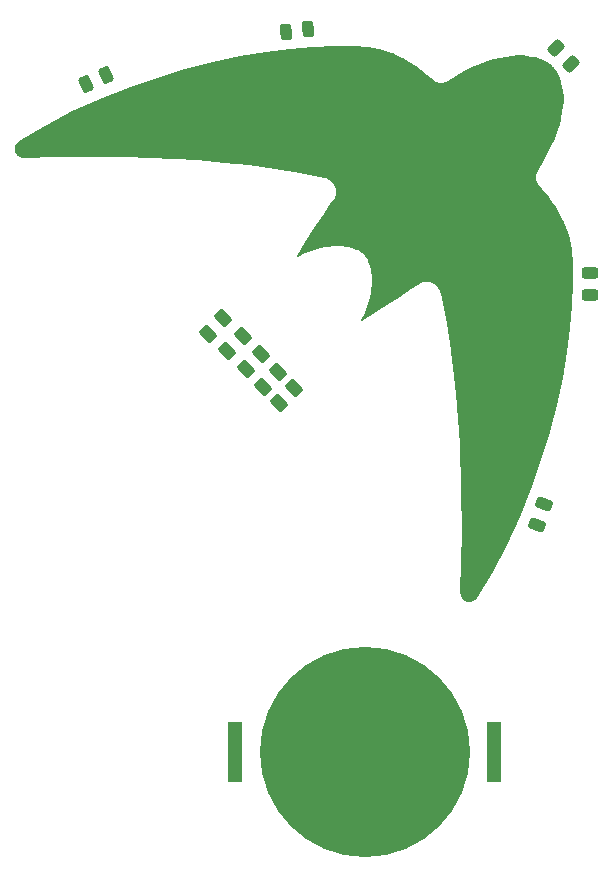
<source format=gbs>
G04 #@! TF.GenerationSoftware,KiCad,Pcbnew,(6.0.10-0)*
G04 #@! TF.CreationDate,2023-09-19T21:44:43+02:00*
G04 #@! TF.ProjectId,SwiftLeeds,53776966-744c-4656-9564-732e6b696361,rev?*
G04 #@! TF.SameCoordinates,Original*
G04 #@! TF.FileFunction,Soldermask,Bot*
G04 #@! TF.FilePolarity,Negative*
%FSLAX46Y46*%
G04 Gerber Fmt 4.6, Leading zero omitted, Abs format (unit mm)*
G04 Created by KiCad (PCBNEW (6.0.10-0)) date 2023-09-19 21:44:43*
%MOMM*%
%LPD*%
G01*
G04 APERTURE LIST*
G04 Aperture macros list*
%AMRoundRect*
0 Rectangle with rounded corners*
0 $1 Rounding radius*
0 $2 $3 $4 $5 $6 $7 $8 $9 X,Y pos of 4 corners*
0 Add a 4 corners polygon primitive as box body*
4,1,4,$2,$3,$4,$5,$6,$7,$8,$9,$2,$3,0*
0 Add four circle primitives for the rounded corners*
1,1,$1+$1,$2,$3*
1,1,$1+$1,$4,$5*
1,1,$1+$1,$6,$7*
1,1,$1+$1,$8,$9*
0 Add four rect primitives between the rounded corners*
20,1,$1+$1,$2,$3,$4,$5,0*
20,1,$1+$1,$4,$5,$6,$7,0*
20,1,$1+$1,$6,$7,$8,$9,0*
20,1,$1+$1,$8,$9,$2,$3,0*%
G04 Aperture macros list end*
%ADD10C,0.000000*%
%ADD11RoundRect,0.250000X-0.132583X0.503814X-0.503814X0.132583X0.132583X-0.503814X0.503814X-0.132583X0*%
%ADD12RoundRect,0.243750X-0.345367X0.385097X-0.512102X-0.073003X0.345367X-0.385097X0.512102X0.073003X0*%
%ADD13RoundRect,0.243750X-0.028093X-0.516516X0.413732X-0.310490X0.028093X0.516516X-0.413732X0.310490X0*%
%ADD14RoundRect,0.243750X-0.194724X-0.479229X0.290106X-0.428272X0.194724X0.479229X-0.290106X0.428272X0*%
%ADD15R,1.270000X5.080000*%
%ADD16C,17.800000*%
%ADD17RoundRect,0.243750X-0.494975X-0.150260X-0.150260X-0.494975X0.494975X0.150260X0.150260X0.494975X0*%
%ADD18RoundRect,0.243750X-0.456250X0.243750X-0.456250X-0.243750X0.456250X-0.243750X0.456250X0.243750X0*%
G04 APERTURE END LIST*
D10*
G36*
X146615483Y-43868133D02*
G01*
X147996205Y-43988630D01*
X149140801Y-44201024D01*
X149616886Y-44340802D01*
X150024741Y-44502500D01*
X150305721Y-44637981D01*
X150576524Y-44774282D01*
X150837327Y-44911286D01*
X151088306Y-45048877D01*
X151329638Y-45186937D01*
X151561498Y-45325348D01*
X151784065Y-45463993D01*
X151997513Y-45602756D01*
X152202019Y-45741519D01*
X152397761Y-45880164D01*
X152584914Y-46018575D01*
X152763655Y-46156635D01*
X152934161Y-46294225D01*
X153096607Y-46431230D01*
X153251171Y-46567531D01*
X153398028Y-46703012D01*
X153428725Y-46732198D01*
X153460540Y-46759744D01*
X153493414Y-46785648D01*
X153527287Y-46809912D01*
X153562102Y-46832534D01*
X153597800Y-46853516D01*
X153671606Y-46890556D01*
X153748236Y-46921031D01*
X153827218Y-46944943D01*
X153908084Y-46962291D01*
X153990361Y-46973075D01*
X154073579Y-46977295D01*
X154157268Y-46974950D01*
X154240957Y-46966042D01*
X154324175Y-46950570D01*
X154406452Y-46928533D01*
X154487318Y-46899933D01*
X154566301Y-46864768D01*
X154642932Y-46823040D01*
X155365386Y-46387011D01*
X156057251Y-46007303D01*
X156718998Y-45681163D01*
X157351096Y-45405835D01*
X157954017Y-45178565D01*
X158528232Y-44996599D01*
X159074210Y-44857182D01*
X159592422Y-44757559D01*
X160083340Y-44694976D01*
X160547433Y-44666679D01*
X160985173Y-44669912D01*
X161397029Y-44701921D01*
X161783473Y-44759953D01*
X162144975Y-44841251D01*
X162482005Y-44943062D01*
X162795035Y-45062630D01*
X162840655Y-45086054D01*
X162887039Y-45111236D01*
X162934011Y-45138058D01*
X162981395Y-45166405D01*
X163029015Y-45196158D01*
X163076693Y-45227200D01*
X163124253Y-45259415D01*
X163171520Y-45292684D01*
X163218315Y-45326891D01*
X163264464Y-45361919D01*
X163309789Y-45397650D01*
X163354114Y-45433967D01*
X163397263Y-45470753D01*
X163439059Y-45507890D01*
X163479325Y-45545262D01*
X163517886Y-45582751D01*
X163562132Y-45620729D01*
X163604555Y-45659644D01*
X163645213Y-45699497D01*
X163684165Y-45740288D01*
X163721470Y-45782016D01*
X163757187Y-45824683D01*
X163791375Y-45868287D01*
X163824091Y-45912828D01*
X163855396Y-45958308D01*
X163885348Y-46004725D01*
X163914006Y-46052079D01*
X163941429Y-46100372D01*
X163967675Y-46149602D01*
X163992803Y-46199770D01*
X164016873Y-46250875D01*
X164039943Y-46302919D01*
X164166573Y-46614787D01*
X164273674Y-46950568D01*
X164358657Y-47310729D01*
X164418933Y-47695740D01*
X164451914Y-48106070D01*
X164455012Y-48542186D01*
X164425638Y-49004559D01*
X164361204Y-49493657D01*
X164259123Y-50009949D01*
X164116804Y-50553903D01*
X163931661Y-51125989D01*
X163701104Y-51726676D01*
X163422546Y-52356432D01*
X163093398Y-53015725D01*
X162711071Y-53705026D01*
X162272979Y-54424803D01*
X162231095Y-54500709D01*
X162195800Y-54578198D01*
X162167093Y-54656976D01*
X162144975Y-54736751D01*
X162129445Y-54817228D01*
X162120504Y-54898116D01*
X162118151Y-54979121D01*
X162122386Y-55059951D01*
X162133210Y-55140311D01*
X162150623Y-55219910D01*
X162174623Y-55298453D01*
X162205213Y-55375649D01*
X162242390Y-55451203D01*
X162263450Y-55488274D01*
X162286157Y-55524824D01*
X162310510Y-55560817D01*
X162336511Y-55596217D01*
X162364159Y-55630988D01*
X162393454Y-55665091D01*
X162666248Y-55965395D01*
X162941864Y-56297113D01*
X163219363Y-56661652D01*
X163497804Y-57060416D01*
X163776244Y-57494814D01*
X164053743Y-57966252D01*
X164329360Y-58476136D01*
X164466168Y-58745935D01*
X164602153Y-59025874D01*
X164911369Y-59906098D01*
X165129465Y-61045250D01*
X165253792Y-62419066D01*
X165281705Y-64003284D01*
X165210556Y-65773640D01*
X165037697Y-67705871D01*
X164760483Y-69775714D01*
X164376264Y-71958905D01*
X163882396Y-74231182D01*
X163276229Y-76568281D01*
X162555118Y-78945940D01*
X161716414Y-81339894D01*
X160757472Y-83725881D01*
X159675643Y-86079638D01*
X158468281Y-88376902D01*
X157132739Y-90593409D01*
X157132739Y-90593405D01*
X157093257Y-90644032D01*
X157050304Y-90690849D01*
X157004174Y-90733798D01*
X156955163Y-90772821D01*
X156903563Y-90807859D01*
X156849668Y-90838852D01*
X156793774Y-90865743D01*
X156736174Y-90888473D01*
X156677162Y-90906983D01*
X156617032Y-90921215D01*
X156556079Y-90931110D01*
X156494597Y-90936609D01*
X156432879Y-90937654D01*
X156371220Y-90934186D01*
X156309914Y-90926147D01*
X156249255Y-90913477D01*
X156190449Y-90888667D01*
X156134584Y-90859403D01*
X156081779Y-90825919D01*
X156032150Y-90788450D01*
X155985815Y-90747230D01*
X155942892Y-90702493D01*
X155903498Y-90654474D01*
X155867752Y-90603408D01*
X155835771Y-90549529D01*
X155807672Y-90493070D01*
X155783573Y-90434268D01*
X155763592Y-90373355D01*
X155747846Y-90310567D01*
X155736454Y-90246139D01*
X155729532Y-90180303D01*
X155727198Y-90113295D01*
X155808143Y-87635813D01*
X155839438Y-84916633D01*
X155802496Y-81486191D01*
X155650727Y-77551256D01*
X155337541Y-73318600D01*
X155105857Y-71155243D01*
X154816347Y-68994994D01*
X154463188Y-66863702D01*
X154040557Y-64787211D01*
X154019413Y-64706226D01*
X153993761Y-64628355D01*
X153963801Y-64553664D01*
X153929730Y-64482218D01*
X153891747Y-64414083D01*
X153850051Y-64349325D01*
X153804840Y-64288011D01*
X153756313Y-64230206D01*
X153704668Y-64175976D01*
X153650104Y-64125387D01*
X153592819Y-64078504D01*
X153533012Y-64035395D01*
X153470881Y-63996124D01*
X153406625Y-63960758D01*
X153340443Y-63929363D01*
X153272533Y-63902004D01*
X153203093Y-63878748D01*
X153132322Y-63859661D01*
X153060419Y-63844807D01*
X152987582Y-63834254D01*
X152914010Y-63828067D01*
X152839901Y-63826313D01*
X152765454Y-63829057D01*
X152690866Y-63836364D01*
X152616338Y-63848302D01*
X152542067Y-63864935D01*
X152468252Y-63886331D01*
X152395092Y-63912554D01*
X152322784Y-63943671D01*
X152251528Y-63979748D01*
X152181521Y-64020850D01*
X152112964Y-64067044D01*
X151525651Y-64481672D01*
X150938339Y-64885985D01*
X150351026Y-65280920D01*
X149763714Y-65667416D01*
X148589087Y-66418840D01*
X147414458Y-67147759D01*
X147410695Y-67147643D01*
X147406938Y-67147300D01*
X147403197Y-67146737D01*
X147399478Y-67145962D01*
X147395788Y-67144981D01*
X147392134Y-67143803D01*
X147388525Y-67142434D01*
X147384968Y-67140883D01*
X147381469Y-67139155D01*
X147378036Y-67137259D01*
X147374677Y-67135202D01*
X147371399Y-67132991D01*
X147368209Y-67130633D01*
X147365114Y-67128136D01*
X147362123Y-67125507D01*
X147359242Y-67122754D01*
X147356478Y-67119884D01*
X147353840Y-67116903D01*
X147351334Y-67113820D01*
X147348967Y-67110642D01*
X147346748Y-67107376D01*
X147344683Y-67104030D01*
X147342780Y-67100610D01*
X147341046Y-67097124D01*
X147339488Y-67093579D01*
X147338114Y-67089983D01*
X147336932Y-67086344D01*
X147335947Y-67082667D01*
X147335169Y-67078962D01*
X147334604Y-67075234D01*
X147334260Y-67071491D01*
X147334144Y-67067742D01*
X147531062Y-66648074D01*
X147700980Y-66244113D01*
X147845132Y-65855625D01*
X147964754Y-65482374D01*
X148061080Y-65124127D01*
X148135348Y-64780648D01*
X148188791Y-64451705D01*
X148222645Y-64137061D01*
X148238145Y-63836483D01*
X148236527Y-63549737D01*
X148219027Y-63276588D01*
X148186879Y-63016801D01*
X148141319Y-62770142D01*
X148083582Y-62536376D01*
X148014903Y-62315270D01*
X147936519Y-62106589D01*
X147920537Y-62062047D01*
X147902791Y-62018443D01*
X147883398Y-61975777D01*
X147862476Y-61934049D01*
X147840141Y-61893258D01*
X147816513Y-61853405D01*
X147791708Y-61814490D01*
X147765844Y-61776512D01*
X147739039Y-61739473D01*
X147711411Y-61703370D01*
X147683076Y-61668206D01*
X147654154Y-61633979D01*
X147624761Y-61600690D01*
X147595014Y-61568339D01*
X147565033Y-61536925D01*
X147534934Y-61506449D01*
X147389988Y-61387671D01*
X147319632Y-61330627D01*
X147284366Y-61303101D01*
X147248806Y-61276396D01*
X147212775Y-61250629D01*
X147176097Y-61225916D01*
X147138596Y-61202375D01*
X147100095Y-61180124D01*
X147060418Y-61159279D01*
X147019388Y-61139958D01*
X146976828Y-61122278D01*
X146932563Y-61106356D01*
X146730164Y-61028261D01*
X146514353Y-60959837D01*
X146284894Y-60902314D01*
X146041553Y-60856923D01*
X145784093Y-60824894D01*
X145512280Y-60807458D01*
X145225878Y-60805846D01*
X144924652Y-60821289D01*
X144608367Y-60855018D01*
X144276788Y-60908263D01*
X143929678Y-60982255D01*
X143566803Y-61078224D01*
X143187928Y-61197403D01*
X142792817Y-61341020D01*
X142381235Y-61510307D01*
X141952947Y-61706496D01*
X141949069Y-61706380D01*
X141944986Y-61706037D01*
X141940726Y-61705474D01*
X141936319Y-61704698D01*
X141931794Y-61703718D01*
X141927182Y-61702540D01*
X141922510Y-61701171D01*
X141917809Y-61699619D01*
X141913108Y-61697891D01*
X141908436Y-61695995D01*
X141903824Y-61693938D01*
X141899299Y-61691727D01*
X141894892Y-61689369D01*
X141890632Y-61686872D01*
X141886549Y-61684244D01*
X141882671Y-61681490D01*
X141879029Y-61678620D01*
X141875652Y-61675639D01*
X141872569Y-61672556D01*
X141869809Y-61669378D01*
X141867402Y-61666112D01*
X141865378Y-61662766D01*
X141863765Y-61659346D01*
X141862593Y-61655860D01*
X141861892Y-61652315D01*
X141861692Y-61648720D01*
X141862020Y-61645080D01*
X141862908Y-61641404D01*
X141864383Y-61637698D01*
X141866477Y-61633970D01*
X141869217Y-61630228D01*
X141872634Y-61626479D01*
X142604265Y-60456207D01*
X143358485Y-59285935D01*
X143746419Y-58700798D01*
X144142824Y-58115662D01*
X144548641Y-57530526D01*
X144964812Y-56945389D01*
X145011064Y-56877086D01*
X145051992Y-56807339D01*
X145087684Y-56736347D01*
X145118229Y-56664308D01*
X145143715Y-56591419D01*
X145164231Y-56517877D01*
X145179864Y-56443882D01*
X145190702Y-56369630D01*
X145196835Y-56295319D01*
X145198350Y-56221148D01*
X145195335Y-56147314D01*
X145187879Y-56074014D01*
X145176070Y-56001447D01*
X145159996Y-55929811D01*
X145139745Y-55859302D01*
X145115406Y-55790120D01*
X145087067Y-55722461D01*
X145054816Y-55656524D01*
X145018741Y-55592507D01*
X144978931Y-55530607D01*
X144935474Y-55471021D01*
X144888457Y-55413949D01*
X144837970Y-55359587D01*
X144784101Y-55308133D01*
X144726937Y-55259786D01*
X144666568Y-55214742D01*
X144603080Y-55173201D01*
X144536563Y-55135359D01*
X144467105Y-55101414D01*
X144394794Y-55071565D01*
X144319718Y-55046008D01*
X144241965Y-55024943D01*
X142158192Y-54603878D01*
X140020181Y-54252029D01*
X137853699Y-53963593D01*
X135684511Y-53732768D01*
X133538383Y-53553751D01*
X131441079Y-53420742D01*
X129418367Y-53327937D01*
X127496010Y-53269535D01*
X124055428Y-53232729D01*
X121325457Y-53263909D01*
X118821846Y-53344552D01*
X118788085Y-53347489D01*
X118754589Y-53348821D01*
X118721387Y-53348585D01*
X118688509Y-53346818D01*
X118655983Y-53343557D01*
X118623840Y-53338838D01*
X118592108Y-53332697D01*
X118560818Y-53325172D01*
X118529999Y-53316299D01*
X118499679Y-53306115D01*
X118469889Y-53294656D01*
X118440658Y-53281959D01*
X118412014Y-53268061D01*
X118383989Y-53252997D01*
X118356611Y-53236806D01*
X118329909Y-53219523D01*
X118303913Y-53201185D01*
X118278652Y-53181828D01*
X118254156Y-53161490D01*
X118230455Y-53140207D01*
X118207576Y-53118016D01*
X118185551Y-53094953D01*
X118164408Y-53071054D01*
X118144177Y-53046357D01*
X118124887Y-53020898D01*
X118106568Y-52994714D01*
X118089249Y-52967842D01*
X118072959Y-52940317D01*
X118057728Y-52912177D01*
X118043586Y-52883458D01*
X118030561Y-52854197D01*
X118018683Y-52824431D01*
X118008207Y-52794313D01*
X117999349Y-52763997D01*
X117992079Y-52733520D01*
X117986368Y-52702918D01*
X117982187Y-52672228D01*
X117979505Y-52641488D01*
X117978295Y-52610732D01*
X117978525Y-52579999D01*
X117980167Y-52549324D01*
X117983192Y-52518744D01*
X117987569Y-52488296D01*
X117993271Y-52458017D01*
X118000266Y-52427943D01*
X118008526Y-52398111D01*
X118018021Y-52368556D01*
X118028723Y-52339318D01*
X118040600Y-52310430D01*
X118053625Y-52281931D01*
X118067768Y-52253857D01*
X118082999Y-52226244D01*
X118099289Y-52199130D01*
X118116608Y-52172550D01*
X118134927Y-52146542D01*
X118154217Y-52121142D01*
X118174448Y-52096386D01*
X118195591Y-52072312D01*
X118217616Y-52048956D01*
X118240494Y-52026354D01*
X118264196Y-52004544D01*
X118288692Y-51983561D01*
X118313953Y-51963443D01*
X118339949Y-51944226D01*
X120558050Y-50614073D01*
X122858918Y-49412387D01*
X125218024Y-48336356D01*
X127610837Y-47383166D01*
X130012827Y-46550004D01*
X132399463Y-45834057D01*
X134746216Y-45232511D01*
X137028554Y-44742554D01*
X139221949Y-44361372D01*
X141301870Y-44086152D01*
X143243786Y-43914081D01*
X145023167Y-43842346D01*
X146615483Y-43868133D01*
G37*
D11*
X138830470Y-69909530D03*
X137540000Y-71200000D03*
X141620470Y-72799530D03*
X140330000Y-74090000D03*
D12*
X162179356Y-84390962D03*
X162820644Y-82629038D03*
D11*
X140280470Y-71439530D03*
X138990000Y-72730000D03*
D13*
X125747785Y-46286883D03*
X124048457Y-47079293D03*
D14*
X142792364Y-42452005D03*
X140927636Y-42647995D03*
D11*
X135630470Y-66929530D03*
X134340000Y-68220000D03*
D15*
X136635000Y-103640000D03*
X158605000Y-103640000D03*
D16*
X147620000Y-103640000D03*
D17*
X163787087Y-44057087D03*
X165112913Y-45382913D03*
D18*
X166730000Y-63072500D03*
X166730000Y-64947500D03*
D11*
X137290470Y-68439530D03*
X136000000Y-69730000D03*
M02*

</source>
